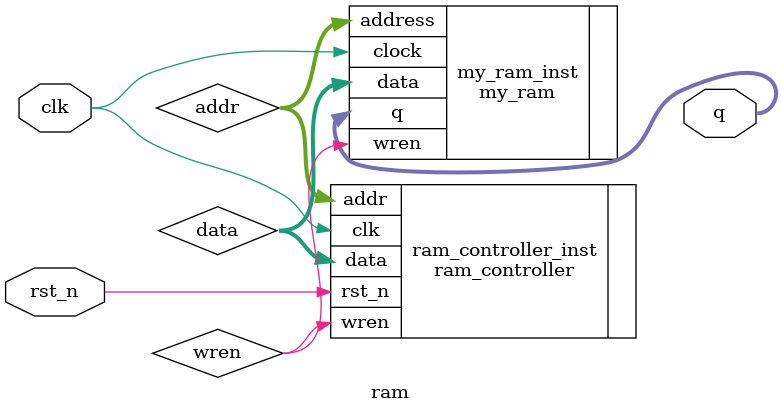
<source format=v>
module ram (clk, rst_n, q);

	input clk, rst_n;
	
	output [7:0] q;
	
	wire wren;
	wire [7:0] addr;
	wire [7:0] data;

	ram_controller ram_controller_inst (
			.clk(clk), 
			.rst_n(rst_n), 
			.wren(wren), 
			.addr(addr), 
			.data(data)
		);
	
	my_ram	my_ram_inst (
			.address ( addr ),
			.clock ( clk ),
			.data ( data ),
			.wren ( wren ),
			.q ( q )
		);

endmodule

</source>
